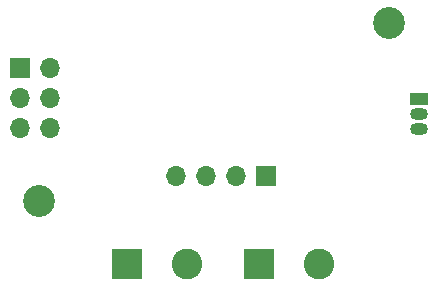
<source format=gbr>
%TF.GenerationSoftware,KiCad,Pcbnew,8.0.1*%
%TF.CreationDate,2024-05-02T10:16:12-03:00*%
%TF.ProjectId,Sdqf,53647166-2e6b-4696-9361-645f70636258,rev?*%
%TF.SameCoordinates,Original*%
%TF.FileFunction,Soldermask,Bot*%
%TF.FilePolarity,Negative*%
%FSLAX46Y46*%
G04 Gerber Fmt 4.6, Leading zero omitted, Abs format (unit mm)*
G04 Created by KiCad (PCBNEW 8.0.1) date 2024-05-02 10:16:12*
%MOMM*%
%LPD*%
G01*
G04 APERTURE LIST*
%ADD10R,1.500000X1.050000*%
%ADD11O,1.500000X1.050000*%
%ADD12R,2.600000X2.600000*%
%ADD13C,2.600000*%
%ADD14C,2.700000*%
%ADD15O,1.700000X1.700000*%
%ADD16R,1.700000X1.700000*%
G04 APERTURE END LIST*
D10*
%TO.C,U1*%
X161240000Y-84830000D03*
D11*
X161240000Y-86100000D03*
X161240000Y-87370000D03*
%TD*%
D12*
%TO.C,J4*%
X147700000Y-98800000D03*
D13*
X152780000Y-98800000D03*
%TD*%
D14*
%TO.C,J6*%
X158700000Y-78400000D03*
%TD*%
D12*
%TO.C,J3*%
X136500000Y-98800000D03*
D13*
X141580000Y-98800000D03*
%TD*%
D15*
%TO.C,J1*%
X130040000Y-87280000D03*
X127500000Y-87279999D03*
X130040000Y-84740000D03*
X127500000Y-84740000D03*
X130040000Y-82200000D03*
D16*
X127500000Y-82200000D03*
%TD*%
D14*
%TO.C,J7*%
X129100000Y-93500000D03*
%TD*%
D16*
%TO.C,J5*%
X148300000Y-91375000D03*
D15*
X145760000Y-91375000D03*
X143220000Y-91375000D03*
X140680000Y-91375000D03*
%TD*%
M02*

</source>
